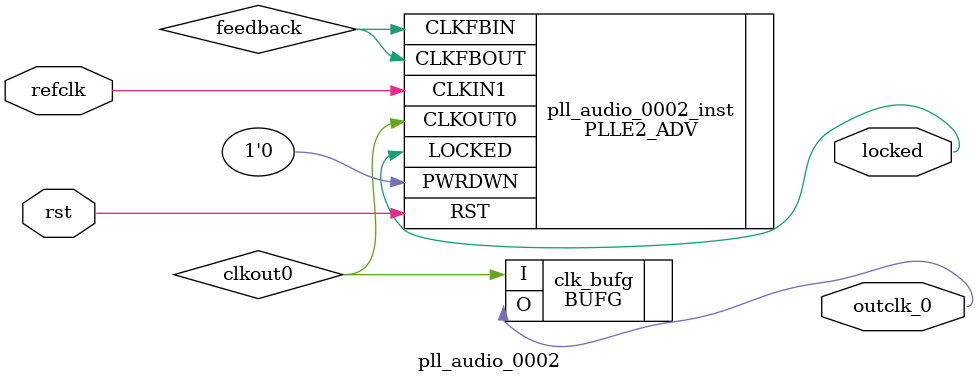
<source format=v>
`timescale 1ns/10ps
module  pll_audio_0002 (
	input  wire refclk,
	input  wire rst,
	output wire outclk_0,
	output wire locked
);

    wire feedback;
	wire clkout0;

	PLLE2_ADV #(
		.CLKFBOUT_MULT(7'd29),
		.CLKIN1_PERIOD(20.0),
		.CLKOUT0_DIVIDE(7'd59), // 50*29/59 = 24.576271186440678
		.CLKOUT0_PHASE(1'd0),
		.DIVCLK_DIVIDE(1'd1),
		.REF_JITTER1(0.01),
		.STARTUP_WAIT("FALSE")
	) pll_audio_0002_inst (
		.CLKFBIN(feedback),
		.CLKIN1(refclk),
		.PWRDWN(1'b0),
		.RST(rst),
		.CLKFBOUT(feedback),
		.CLKOUT0(clkout0),
		.LOCKED(locked)
	);

	BUFG clk_bufg (.I(clkout0), .O(outclk_0));
endmodule


</source>
